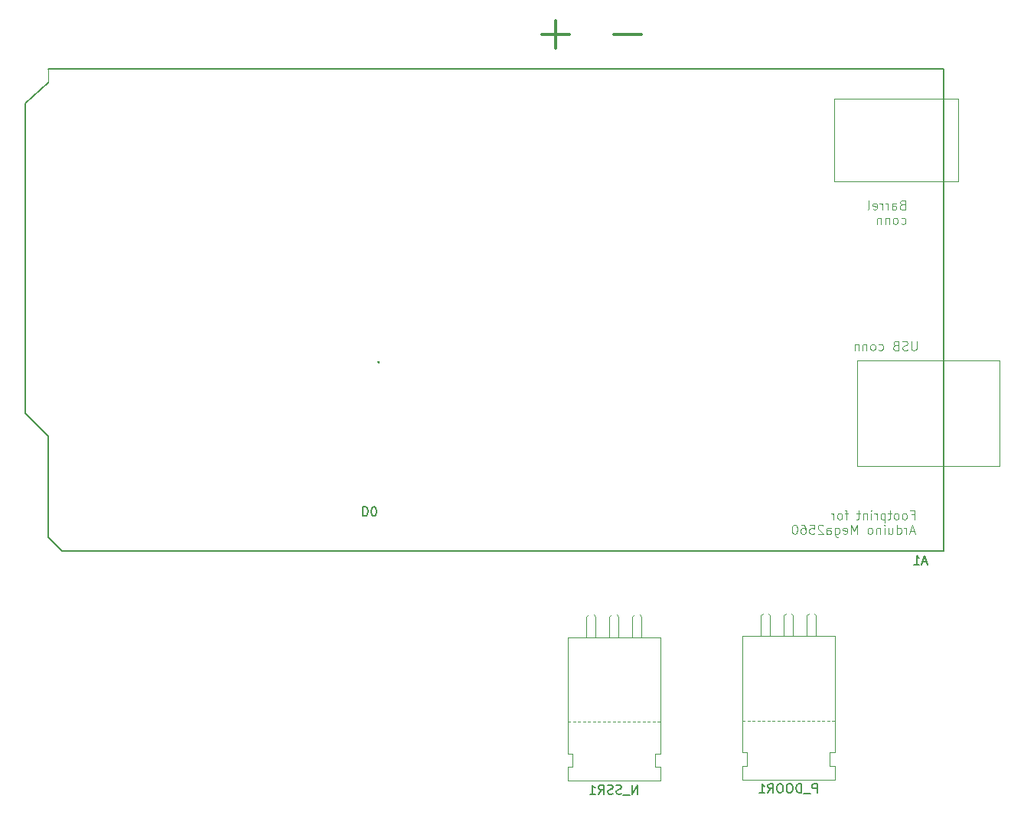
<source format=gbr>
%TF.GenerationSoftware,KiCad,Pcbnew,8.0.1*%
%TF.CreationDate,2025-01-03T15:44:18+01:00*%
%TF.ProjectId,TEEKeeper_V1.0,5445454b-6565-4706-9572-5f56312e302e,rev?*%
%TF.SameCoordinates,PX7b0df40PY6e75580*%
%TF.FileFunction,Legend,Bot*%
%TF.FilePolarity,Positive*%
%FSLAX46Y46*%
G04 Gerber Fmt 4.6, Leading zero omitted, Abs format (unit mm)*
G04 Created by KiCad (PCBNEW 8.0.1) date 2025-01-03 15:44:18*
%MOMM*%
%LPD*%
G01*
G04 APERTURE LIST*
%ADD10C,0.100000*%
%ADD11C,0.300000*%
%ADD12C,0.150000*%
%ADD13C,0.120000*%
G04 APERTURE END LIST*
D10*
X83820000Y70104000D02*
X97536000Y70104000D01*
X97536000Y60960000D01*
X83820000Y60960000D01*
X83820000Y70104000D01*
X86360000Y41148000D02*
X102108000Y41148000D01*
X102108000Y29464000D01*
X86360000Y29464000D01*
X86360000Y41148000D01*
D11*
X51441748Y77219067D02*
X54489368Y77219067D01*
X52965558Y78742877D02*
X52965558Y75695258D01*
X59441748Y77219067D02*
X62489368Y77219067D01*
D10*
X91310782Y58395335D02*
X91167925Y58347716D01*
X91167925Y58347716D02*
X91120306Y58300097D01*
X91120306Y58300097D02*
X91072687Y58204859D01*
X91072687Y58204859D02*
X91072687Y58062002D01*
X91072687Y58062002D02*
X91120306Y57966764D01*
X91120306Y57966764D02*
X91167925Y57919144D01*
X91167925Y57919144D02*
X91263163Y57871525D01*
X91263163Y57871525D02*
X91644115Y57871525D01*
X91644115Y57871525D02*
X91644115Y58871525D01*
X91644115Y58871525D02*
X91310782Y58871525D01*
X91310782Y58871525D02*
X91215544Y58823906D01*
X91215544Y58823906D02*
X91167925Y58776287D01*
X91167925Y58776287D02*
X91120306Y58681049D01*
X91120306Y58681049D02*
X91120306Y58585811D01*
X91120306Y58585811D02*
X91167925Y58490573D01*
X91167925Y58490573D02*
X91215544Y58442954D01*
X91215544Y58442954D02*
X91310782Y58395335D01*
X91310782Y58395335D02*
X91644115Y58395335D01*
X90215544Y57871525D02*
X90215544Y58395335D01*
X90215544Y58395335D02*
X90263163Y58490573D01*
X90263163Y58490573D02*
X90358401Y58538192D01*
X90358401Y58538192D02*
X90548877Y58538192D01*
X90548877Y58538192D02*
X90644115Y58490573D01*
X90215544Y57919144D02*
X90310782Y57871525D01*
X90310782Y57871525D02*
X90548877Y57871525D01*
X90548877Y57871525D02*
X90644115Y57919144D01*
X90644115Y57919144D02*
X90691734Y58014383D01*
X90691734Y58014383D02*
X90691734Y58109621D01*
X90691734Y58109621D02*
X90644115Y58204859D01*
X90644115Y58204859D02*
X90548877Y58252478D01*
X90548877Y58252478D02*
X90310782Y58252478D01*
X90310782Y58252478D02*
X90215544Y58300097D01*
X89739353Y57871525D02*
X89739353Y58538192D01*
X89739353Y58347716D02*
X89691734Y58442954D01*
X89691734Y58442954D02*
X89644115Y58490573D01*
X89644115Y58490573D02*
X89548877Y58538192D01*
X89548877Y58538192D02*
X89453639Y58538192D01*
X89120305Y57871525D02*
X89120305Y58538192D01*
X89120305Y58347716D02*
X89072686Y58442954D01*
X89072686Y58442954D02*
X89025067Y58490573D01*
X89025067Y58490573D02*
X88929829Y58538192D01*
X88929829Y58538192D02*
X88834591Y58538192D01*
X88120305Y57919144D02*
X88215543Y57871525D01*
X88215543Y57871525D02*
X88406019Y57871525D01*
X88406019Y57871525D02*
X88501257Y57919144D01*
X88501257Y57919144D02*
X88548876Y58014383D01*
X88548876Y58014383D02*
X88548876Y58395335D01*
X88548876Y58395335D02*
X88501257Y58490573D01*
X88501257Y58490573D02*
X88406019Y58538192D01*
X88406019Y58538192D02*
X88215543Y58538192D01*
X88215543Y58538192D02*
X88120305Y58490573D01*
X88120305Y58490573D02*
X88072686Y58395335D01*
X88072686Y58395335D02*
X88072686Y58300097D01*
X88072686Y58300097D02*
X88548876Y58204859D01*
X87501257Y57871525D02*
X87596495Y57919144D01*
X87596495Y57919144D02*
X87644114Y58014383D01*
X87644114Y58014383D02*
X87644114Y58871525D01*
X91215544Y56309200D02*
X91310782Y56261581D01*
X91310782Y56261581D02*
X91501258Y56261581D01*
X91501258Y56261581D02*
X91596496Y56309200D01*
X91596496Y56309200D02*
X91644115Y56356820D01*
X91644115Y56356820D02*
X91691734Y56452058D01*
X91691734Y56452058D02*
X91691734Y56737772D01*
X91691734Y56737772D02*
X91644115Y56833010D01*
X91644115Y56833010D02*
X91596496Y56880629D01*
X91596496Y56880629D02*
X91501258Y56928248D01*
X91501258Y56928248D02*
X91310782Y56928248D01*
X91310782Y56928248D02*
X91215544Y56880629D01*
X90644115Y56261581D02*
X90739353Y56309200D01*
X90739353Y56309200D02*
X90786972Y56356820D01*
X90786972Y56356820D02*
X90834591Y56452058D01*
X90834591Y56452058D02*
X90834591Y56737772D01*
X90834591Y56737772D02*
X90786972Y56833010D01*
X90786972Y56833010D02*
X90739353Y56880629D01*
X90739353Y56880629D02*
X90644115Y56928248D01*
X90644115Y56928248D02*
X90501258Y56928248D01*
X90501258Y56928248D02*
X90406020Y56880629D01*
X90406020Y56880629D02*
X90358401Y56833010D01*
X90358401Y56833010D02*
X90310782Y56737772D01*
X90310782Y56737772D02*
X90310782Y56452058D01*
X90310782Y56452058D02*
X90358401Y56356820D01*
X90358401Y56356820D02*
X90406020Y56309200D01*
X90406020Y56309200D02*
X90501258Y56261581D01*
X90501258Y56261581D02*
X90644115Y56261581D01*
X89882210Y56928248D02*
X89882210Y56261581D01*
X89882210Y56833010D02*
X89834591Y56880629D01*
X89834591Y56880629D02*
X89739353Y56928248D01*
X89739353Y56928248D02*
X89596496Y56928248D01*
X89596496Y56928248D02*
X89501258Y56880629D01*
X89501258Y56880629D02*
X89453639Y56785391D01*
X89453639Y56785391D02*
X89453639Y56261581D01*
X88977448Y56928248D02*
X88977448Y56261581D01*
X88977448Y56833010D02*
X88929829Y56880629D01*
X88929829Y56880629D02*
X88834591Y56928248D01*
X88834591Y56928248D02*
X88691734Y56928248D01*
X88691734Y56928248D02*
X88596496Y56880629D01*
X88596496Y56880629D02*
X88548877Y56785391D01*
X88548877Y56785391D02*
X88548877Y56261581D01*
X92326782Y24105335D02*
X92660115Y24105335D01*
X92660115Y23581525D02*
X92660115Y24581525D01*
X92660115Y24581525D02*
X92183925Y24581525D01*
X91660115Y23581525D02*
X91755353Y23629144D01*
X91755353Y23629144D02*
X91802972Y23676764D01*
X91802972Y23676764D02*
X91850591Y23772002D01*
X91850591Y23772002D02*
X91850591Y24057716D01*
X91850591Y24057716D02*
X91802972Y24152954D01*
X91802972Y24152954D02*
X91755353Y24200573D01*
X91755353Y24200573D02*
X91660115Y24248192D01*
X91660115Y24248192D02*
X91517258Y24248192D01*
X91517258Y24248192D02*
X91422020Y24200573D01*
X91422020Y24200573D02*
X91374401Y24152954D01*
X91374401Y24152954D02*
X91326782Y24057716D01*
X91326782Y24057716D02*
X91326782Y23772002D01*
X91326782Y23772002D02*
X91374401Y23676764D01*
X91374401Y23676764D02*
X91422020Y23629144D01*
X91422020Y23629144D02*
X91517258Y23581525D01*
X91517258Y23581525D02*
X91660115Y23581525D01*
X90755353Y23581525D02*
X90850591Y23629144D01*
X90850591Y23629144D02*
X90898210Y23676764D01*
X90898210Y23676764D02*
X90945829Y23772002D01*
X90945829Y23772002D02*
X90945829Y24057716D01*
X90945829Y24057716D02*
X90898210Y24152954D01*
X90898210Y24152954D02*
X90850591Y24200573D01*
X90850591Y24200573D02*
X90755353Y24248192D01*
X90755353Y24248192D02*
X90612496Y24248192D01*
X90612496Y24248192D02*
X90517258Y24200573D01*
X90517258Y24200573D02*
X90469639Y24152954D01*
X90469639Y24152954D02*
X90422020Y24057716D01*
X90422020Y24057716D02*
X90422020Y23772002D01*
X90422020Y23772002D02*
X90469639Y23676764D01*
X90469639Y23676764D02*
X90517258Y23629144D01*
X90517258Y23629144D02*
X90612496Y23581525D01*
X90612496Y23581525D02*
X90755353Y23581525D01*
X90136305Y24248192D02*
X89755353Y24248192D01*
X89993448Y24581525D02*
X89993448Y23724383D01*
X89993448Y23724383D02*
X89945829Y23629144D01*
X89945829Y23629144D02*
X89850591Y23581525D01*
X89850591Y23581525D02*
X89755353Y23581525D01*
X89422019Y24248192D02*
X89422019Y23248192D01*
X89422019Y24200573D02*
X89326781Y24248192D01*
X89326781Y24248192D02*
X89136305Y24248192D01*
X89136305Y24248192D02*
X89041067Y24200573D01*
X89041067Y24200573D02*
X88993448Y24152954D01*
X88993448Y24152954D02*
X88945829Y24057716D01*
X88945829Y24057716D02*
X88945829Y23772002D01*
X88945829Y23772002D02*
X88993448Y23676764D01*
X88993448Y23676764D02*
X89041067Y23629144D01*
X89041067Y23629144D02*
X89136305Y23581525D01*
X89136305Y23581525D02*
X89326781Y23581525D01*
X89326781Y23581525D02*
X89422019Y23629144D01*
X88517257Y23581525D02*
X88517257Y24248192D01*
X88517257Y24057716D02*
X88469638Y24152954D01*
X88469638Y24152954D02*
X88422019Y24200573D01*
X88422019Y24200573D02*
X88326781Y24248192D01*
X88326781Y24248192D02*
X88231543Y24248192D01*
X87898209Y23581525D02*
X87898209Y24248192D01*
X87898209Y24581525D02*
X87945828Y24533906D01*
X87945828Y24533906D02*
X87898209Y24486287D01*
X87898209Y24486287D02*
X87850590Y24533906D01*
X87850590Y24533906D02*
X87898209Y24581525D01*
X87898209Y24581525D02*
X87898209Y24486287D01*
X87422019Y24248192D02*
X87422019Y23581525D01*
X87422019Y24152954D02*
X87374400Y24200573D01*
X87374400Y24200573D02*
X87279162Y24248192D01*
X87279162Y24248192D02*
X87136305Y24248192D01*
X87136305Y24248192D02*
X87041067Y24200573D01*
X87041067Y24200573D02*
X86993448Y24105335D01*
X86993448Y24105335D02*
X86993448Y23581525D01*
X86660114Y24248192D02*
X86279162Y24248192D01*
X86517257Y24581525D02*
X86517257Y23724383D01*
X86517257Y23724383D02*
X86469638Y23629144D01*
X86469638Y23629144D02*
X86374400Y23581525D01*
X86374400Y23581525D02*
X86279162Y23581525D01*
X85326780Y24248192D02*
X84945828Y24248192D01*
X85183923Y23581525D02*
X85183923Y24438668D01*
X85183923Y24438668D02*
X85136304Y24533906D01*
X85136304Y24533906D02*
X85041066Y24581525D01*
X85041066Y24581525D02*
X84945828Y24581525D01*
X84469637Y23581525D02*
X84564875Y23629144D01*
X84564875Y23629144D02*
X84612494Y23676764D01*
X84612494Y23676764D02*
X84660113Y23772002D01*
X84660113Y23772002D02*
X84660113Y24057716D01*
X84660113Y24057716D02*
X84612494Y24152954D01*
X84612494Y24152954D02*
X84564875Y24200573D01*
X84564875Y24200573D02*
X84469637Y24248192D01*
X84469637Y24248192D02*
X84326780Y24248192D01*
X84326780Y24248192D02*
X84231542Y24200573D01*
X84231542Y24200573D02*
X84183923Y24152954D01*
X84183923Y24152954D02*
X84136304Y24057716D01*
X84136304Y24057716D02*
X84136304Y23772002D01*
X84136304Y23772002D02*
X84183923Y23676764D01*
X84183923Y23676764D02*
X84231542Y23629144D01*
X84231542Y23629144D02*
X84326780Y23581525D01*
X84326780Y23581525D02*
X84469637Y23581525D01*
X83707732Y23581525D02*
X83707732Y24248192D01*
X83707732Y24057716D02*
X83660113Y24152954D01*
X83660113Y24152954D02*
X83612494Y24200573D01*
X83612494Y24200573D02*
X83517256Y24248192D01*
X83517256Y24248192D02*
X83422018Y24248192D01*
X92707734Y22257296D02*
X92231544Y22257296D01*
X92802972Y21971581D02*
X92469639Y22971581D01*
X92469639Y22971581D02*
X92136306Y21971581D01*
X91802972Y21971581D02*
X91802972Y22638248D01*
X91802972Y22447772D02*
X91755353Y22543010D01*
X91755353Y22543010D02*
X91707734Y22590629D01*
X91707734Y22590629D02*
X91612496Y22638248D01*
X91612496Y22638248D02*
X91517258Y22638248D01*
X90755353Y21971581D02*
X90755353Y22971581D01*
X90755353Y22019200D02*
X90850591Y21971581D01*
X90850591Y21971581D02*
X91041067Y21971581D01*
X91041067Y21971581D02*
X91136305Y22019200D01*
X91136305Y22019200D02*
X91183924Y22066820D01*
X91183924Y22066820D02*
X91231543Y22162058D01*
X91231543Y22162058D02*
X91231543Y22447772D01*
X91231543Y22447772D02*
X91183924Y22543010D01*
X91183924Y22543010D02*
X91136305Y22590629D01*
X91136305Y22590629D02*
X91041067Y22638248D01*
X91041067Y22638248D02*
X90850591Y22638248D01*
X90850591Y22638248D02*
X90755353Y22590629D01*
X89850591Y22638248D02*
X89850591Y21971581D01*
X90279162Y22638248D02*
X90279162Y22114439D01*
X90279162Y22114439D02*
X90231543Y22019200D01*
X90231543Y22019200D02*
X90136305Y21971581D01*
X90136305Y21971581D02*
X89993448Y21971581D01*
X89993448Y21971581D02*
X89898210Y22019200D01*
X89898210Y22019200D02*
X89850591Y22066820D01*
X89374400Y21971581D02*
X89374400Y22638248D01*
X89374400Y22971581D02*
X89422019Y22923962D01*
X89422019Y22923962D02*
X89374400Y22876343D01*
X89374400Y22876343D02*
X89326781Y22923962D01*
X89326781Y22923962D02*
X89374400Y22971581D01*
X89374400Y22971581D02*
X89374400Y22876343D01*
X88898210Y22638248D02*
X88898210Y21971581D01*
X88898210Y22543010D02*
X88850591Y22590629D01*
X88850591Y22590629D02*
X88755353Y22638248D01*
X88755353Y22638248D02*
X88612496Y22638248D01*
X88612496Y22638248D02*
X88517258Y22590629D01*
X88517258Y22590629D02*
X88469639Y22495391D01*
X88469639Y22495391D02*
X88469639Y21971581D01*
X87850591Y21971581D02*
X87945829Y22019200D01*
X87945829Y22019200D02*
X87993448Y22066820D01*
X87993448Y22066820D02*
X88041067Y22162058D01*
X88041067Y22162058D02*
X88041067Y22447772D01*
X88041067Y22447772D02*
X87993448Y22543010D01*
X87993448Y22543010D02*
X87945829Y22590629D01*
X87945829Y22590629D02*
X87850591Y22638248D01*
X87850591Y22638248D02*
X87707734Y22638248D01*
X87707734Y22638248D02*
X87612496Y22590629D01*
X87612496Y22590629D02*
X87564877Y22543010D01*
X87564877Y22543010D02*
X87517258Y22447772D01*
X87517258Y22447772D02*
X87517258Y22162058D01*
X87517258Y22162058D02*
X87564877Y22066820D01*
X87564877Y22066820D02*
X87612496Y22019200D01*
X87612496Y22019200D02*
X87707734Y21971581D01*
X87707734Y21971581D02*
X87850591Y21971581D01*
X86326781Y21971581D02*
X86326781Y22971581D01*
X86326781Y22971581D02*
X85993448Y22257296D01*
X85993448Y22257296D02*
X85660115Y22971581D01*
X85660115Y22971581D02*
X85660115Y21971581D01*
X84802972Y22019200D02*
X84898210Y21971581D01*
X84898210Y21971581D02*
X85088686Y21971581D01*
X85088686Y21971581D02*
X85183924Y22019200D01*
X85183924Y22019200D02*
X85231543Y22114439D01*
X85231543Y22114439D02*
X85231543Y22495391D01*
X85231543Y22495391D02*
X85183924Y22590629D01*
X85183924Y22590629D02*
X85088686Y22638248D01*
X85088686Y22638248D02*
X84898210Y22638248D01*
X84898210Y22638248D02*
X84802972Y22590629D01*
X84802972Y22590629D02*
X84755353Y22495391D01*
X84755353Y22495391D02*
X84755353Y22400153D01*
X84755353Y22400153D02*
X85231543Y22304915D01*
X83898210Y22638248D02*
X83898210Y21828724D01*
X83898210Y21828724D02*
X83945829Y21733486D01*
X83945829Y21733486D02*
X83993448Y21685867D01*
X83993448Y21685867D02*
X84088686Y21638248D01*
X84088686Y21638248D02*
X84231543Y21638248D01*
X84231543Y21638248D02*
X84326781Y21685867D01*
X83898210Y22019200D02*
X83993448Y21971581D01*
X83993448Y21971581D02*
X84183924Y21971581D01*
X84183924Y21971581D02*
X84279162Y22019200D01*
X84279162Y22019200D02*
X84326781Y22066820D01*
X84326781Y22066820D02*
X84374400Y22162058D01*
X84374400Y22162058D02*
X84374400Y22447772D01*
X84374400Y22447772D02*
X84326781Y22543010D01*
X84326781Y22543010D02*
X84279162Y22590629D01*
X84279162Y22590629D02*
X84183924Y22638248D01*
X84183924Y22638248D02*
X83993448Y22638248D01*
X83993448Y22638248D02*
X83898210Y22590629D01*
X82993448Y21971581D02*
X82993448Y22495391D01*
X82993448Y22495391D02*
X83041067Y22590629D01*
X83041067Y22590629D02*
X83136305Y22638248D01*
X83136305Y22638248D02*
X83326781Y22638248D01*
X83326781Y22638248D02*
X83422019Y22590629D01*
X82993448Y22019200D02*
X83088686Y21971581D01*
X83088686Y21971581D02*
X83326781Y21971581D01*
X83326781Y21971581D02*
X83422019Y22019200D01*
X83422019Y22019200D02*
X83469638Y22114439D01*
X83469638Y22114439D02*
X83469638Y22209677D01*
X83469638Y22209677D02*
X83422019Y22304915D01*
X83422019Y22304915D02*
X83326781Y22352534D01*
X83326781Y22352534D02*
X83088686Y22352534D01*
X83088686Y22352534D02*
X82993448Y22400153D01*
X82564876Y22876343D02*
X82517257Y22923962D01*
X82517257Y22923962D02*
X82422019Y22971581D01*
X82422019Y22971581D02*
X82183924Y22971581D01*
X82183924Y22971581D02*
X82088686Y22923962D01*
X82088686Y22923962D02*
X82041067Y22876343D01*
X82041067Y22876343D02*
X81993448Y22781105D01*
X81993448Y22781105D02*
X81993448Y22685867D01*
X81993448Y22685867D02*
X82041067Y22543010D01*
X82041067Y22543010D02*
X82612495Y21971581D01*
X82612495Y21971581D02*
X81993448Y21971581D01*
X81088686Y22971581D02*
X81564876Y22971581D01*
X81564876Y22971581D02*
X81612495Y22495391D01*
X81612495Y22495391D02*
X81564876Y22543010D01*
X81564876Y22543010D02*
X81469638Y22590629D01*
X81469638Y22590629D02*
X81231543Y22590629D01*
X81231543Y22590629D02*
X81136305Y22543010D01*
X81136305Y22543010D02*
X81088686Y22495391D01*
X81088686Y22495391D02*
X81041067Y22400153D01*
X81041067Y22400153D02*
X81041067Y22162058D01*
X81041067Y22162058D02*
X81088686Y22066820D01*
X81088686Y22066820D02*
X81136305Y22019200D01*
X81136305Y22019200D02*
X81231543Y21971581D01*
X81231543Y21971581D02*
X81469638Y21971581D01*
X81469638Y21971581D02*
X81564876Y22019200D01*
X81564876Y22019200D02*
X81612495Y22066820D01*
X80183924Y22971581D02*
X80374400Y22971581D01*
X80374400Y22971581D02*
X80469638Y22923962D01*
X80469638Y22923962D02*
X80517257Y22876343D01*
X80517257Y22876343D02*
X80612495Y22733486D01*
X80612495Y22733486D02*
X80660114Y22543010D01*
X80660114Y22543010D02*
X80660114Y22162058D01*
X80660114Y22162058D02*
X80612495Y22066820D01*
X80612495Y22066820D02*
X80564876Y22019200D01*
X80564876Y22019200D02*
X80469638Y21971581D01*
X80469638Y21971581D02*
X80279162Y21971581D01*
X80279162Y21971581D02*
X80183924Y22019200D01*
X80183924Y22019200D02*
X80136305Y22066820D01*
X80136305Y22066820D02*
X80088686Y22162058D01*
X80088686Y22162058D02*
X80088686Y22400153D01*
X80088686Y22400153D02*
X80136305Y22495391D01*
X80136305Y22495391D02*
X80183924Y22543010D01*
X80183924Y22543010D02*
X80279162Y22590629D01*
X80279162Y22590629D02*
X80469638Y22590629D01*
X80469638Y22590629D02*
X80564876Y22543010D01*
X80564876Y22543010D02*
X80612495Y22495391D01*
X80612495Y22495391D02*
X80660114Y22400153D01*
X79469638Y22971581D02*
X79374400Y22971581D01*
X79374400Y22971581D02*
X79279162Y22923962D01*
X79279162Y22923962D02*
X79231543Y22876343D01*
X79231543Y22876343D02*
X79183924Y22781105D01*
X79183924Y22781105D02*
X79136305Y22590629D01*
X79136305Y22590629D02*
X79136305Y22352534D01*
X79136305Y22352534D02*
X79183924Y22162058D01*
X79183924Y22162058D02*
X79231543Y22066820D01*
X79231543Y22066820D02*
X79279162Y22019200D01*
X79279162Y22019200D02*
X79374400Y21971581D01*
X79374400Y21971581D02*
X79469638Y21971581D01*
X79469638Y21971581D02*
X79564876Y22019200D01*
X79564876Y22019200D02*
X79612495Y22066820D01*
X79612495Y22066820D02*
X79660114Y22162058D01*
X79660114Y22162058D02*
X79707733Y22352534D01*
X79707733Y22352534D02*
X79707733Y22590629D01*
X79707733Y22590629D02*
X79660114Y22781105D01*
X79660114Y22781105D02*
X79612495Y22876343D01*
X79612495Y22876343D02*
X79564876Y22923962D01*
X79564876Y22923962D02*
X79469638Y22971581D01*
X92914115Y43291581D02*
X92914115Y42482058D01*
X92914115Y42482058D02*
X92866496Y42386820D01*
X92866496Y42386820D02*
X92818877Y42339200D01*
X92818877Y42339200D02*
X92723639Y42291581D01*
X92723639Y42291581D02*
X92533163Y42291581D01*
X92533163Y42291581D02*
X92437925Y42339200D01*
X92437925Y42339200D02*
X92390306Y42386820D01*
X92390306Y42386820D02*
X92342687Y42482058D01*
X92342687Y42482058D02*
X92342687Y43291581D01*
X91914115Y42339200D02*
X91771258Y42291581D01*
X91771258Y42291581D02*
X91533163Y42291581D01*
X91533163Y42291581D02*
X91437925Y42339200D01*
X91437925Y42339200D02*
X91390306Y42386820D01*
X91390306Y42386820D02*
X91342687Y42482058D01*
X91342687Y42482058D02*
X91342687Y42577296D01*
X91342687Y42577296D02*
X91390306Y42672534D01*
X91390306Y42672534D02*
X91437925Y42720153D01*
X91437925Y42720153D02*
X91533163Y42767772D01*
X91533163Y42767772D02*
X91723639Y42815391D01*
X91723639Y42815391D02*
X91818877Y42863010D01*
X91818877Y42863010D02*
X91866496Y42910629D01*
X91866496Y42910629D02*
X91914115Y43005867D01*
X91914115Y43005867D02*
X91914115Y43101105D01*
X91914115Y43101105D02*
X91866496Y43196343D01*
X91866496Y43196343D02*
X91818877Y43243962D01*
X91818877Y43243962D02*
X91723639Y43291581D01*
X91723639Y43291581D02*
X91485544Y43291581D01*
X91485544Y43291581D02*
X91342687Y43243962D01*
X90580782Y42815391D02*
X90437925Y42767772D01*
X90437925Y42767772D02*
X90390306Y42720153D01*
X90390306Y42720153D02*
X90342687Y42624915D01*
X90342687Y42624915D02*
X90342687Y42482058D01*
X90342687Y42482058D02*
X90390306Y42386820D01*
X90390306Y42386820D02*
X90437925Y42339200D01*
X90437925Y42339200D02*
X90533163Y42291581D01*
X90533163Y42291581D02*
X90914115Y42291581D01*
X90914115Y42291581D02*
X90914115Y43291581D01*
X90914115Y43291581D02*
X90580782Y43291581D01*
X90580782Y43291581D02*
X90485544Y43243962D01*
X90485544Y43243962D02*
X90437925Y43196343D01*
X90437925Y43196343D02*
X90390306Y43101105D01*
X90390306Y43101105D02*
X90390306Y43005867D01*
X90390306Y43005867D02*
X90437925Y42910629D01*
X90437925Y42910629D02*
X90485544Y42863010D01*
X90485544Y42863010D02*
X90580782Y42815391D01*
X90580782Y42815391D02*
X90914115Y42815391D01*
X88723639Y42339200D02*
X88818877Y42291581D01*
X88818877Y42291581D02*
X89009353Y42291581D01*
X89009353Y42291581D02*
X89104591Y42339200D01*
X89104591Y42339200D02*
X89152210Y42386820D01*
X89152210Y42386820D02*
X89199829Y42482058D01*
X89199829Y42482058D02*
X89199829Y42767772D01*
X89199829Y42767772D02*
X89152210Y42863010D01*
X89152210Y42863010D02*
X89104591Y42910629D01*
X89104591Y42910629D02*
X89009353Y42958248D01*
X89009353Y42958248D02*
X88818877Y42958248D01*
X88818877Y42958248D02*
X88723639Y42910629D01*
X88152210Y42291581D02*
X88247448Y42339200D01*
X88247448Y42339200D02*
X88295067Y42386820D01*
X88295067Y42386820D02*
X88342686Y42482058D01*
X88342686Y42482058D02*
X88342686Y42767772D01*
X88342686Y42767772D02*
X88295067Y42863010D01*
X88295067Y42863010D02*
X88247448Y42910629D01*
X88247448Y42910629D02*
X88152210Y42958248D01*
X88152210Y42958248D02*
X88009353Y42958248D01*
X88009353Y42958248D02*
X87914115Y42910629D01*
X87914115Y42910629D02*
X87866496Y42863010D01*
X87866496Y42863010D02*
X87818877Y42767772D01*
X87818877Y42767772D02*
X87818877Y42482058D01*
X87818877Y42482058D02*
X87866496Y42386820D01*
X87866496Y42386820D02*
X87914115Y42339200D01*
X87914115Y42339200D02*
X88009353Y42291581D01*
X88009353Y42291581D02*
X88152210Y42291581D01*
X87390305Y42958248D02*
X87390305Y42291581D01*
X87390305Y42863010D02*
X87342686Y42910629D01*
X87342686Y42910629D02*
X87247448Y42958248D01*
X87247448Y42958248D02*
X87104591Y42958248D01*
X87104591Y42958248D02*
X87009353Y42910629D01*
X87009353Y42910629D02*
X86961734Y42815391D01*
X86961734Y42815391D02*
X86961734Y42291581D01*
X86485543Y42958248D02*
X86485543Y42291581D01*
X86485543Y42863010D02*
X86437924Y42910629D01*
X86437924Y42910629D02*
X86342686Y42958248D01*
X86342686Y42958248D02*
X86199829Y42958248D01*
X86199829Y42958248D02*
X86104591Y42910629D01*
X86104591Y42910629D02*
X86056972Y42815391D01*
X86056972Y42815391D02*
X86056972Y42291581D01*
D12*
X94064285Y18880896D02*
X93588095Y18880896D01*
X94159523Y18595181D02*
X93826190Y19595181D01*
X93826190Y19595181D02*
X93492857Y18595181D01*
X92635714Y18595181D02*
X93207142Y18595181D01*
X92921428Y18595181D02*
X92921428Y19595181D01*
X92921428Y19595181D02*
X93016666Y19452324D01*
X93016666Y19452324D02*
X93111904Y19357086D01*
X93111904Y19357086D02*
X93207142Y19309467D01*
X33406000Y41042420D02*
X33453619Y40994800D01*
X33453619Y40994800D02*
X33406000Y40947181D01*
X33406000Y40947181D02*
X33358381Y40994800D01*
X33358381Y40994800D02*
X33406000Y41042420D01*
X33406000Y41042420D02*
X33406000Y40947181D01*
X31651905Y24965820D02*
X31651905Y23965820D01*
X31651905Y23965820D02*
X31890000Y23965820D01*
X31890000Y23965820D02*
X32032857Y24013439D01*
X32032857Y24013439D02*
X32128095Y24108677D01*
X32128095Y24108677D02*
X32175714Y24203915D01*
X32175714Y24203915D02*
X32223333Y24394391D01*
X32223333Y24394391D02*
X32223333Y24537248D01*
X32223333Y24537248D02*
X32175714Y24727724D01*
X32175714Y24727724D02*
X32128095Y24822962D01*
X32128095Y24822962D02*
X32032857Y24918200D01*
X32032857Y24918200D02*
X31890000Y24965820D01*
X31890000Y24965820D02*
X31651905Y24965820D01*
X32842381Y23965820D02*
X32937619Y23965820D01*
X32937619Y23965820D02*
X33032857Y24013439D01*
X33032857Y24013439D02*
X33080476Y24061058D01*
X33080476Y24061058D02*
X33128095Y24156296D01*
X33128095Y24156296D02*
X33175714Y24346772D01*
X33175714Y24346772D02*
X33175714Y24584867D01*
X33175714Y24584867D02*
X33128095Y24775343D01*
X33128095Y24775343D02*
X33080476Y24870581D01*
X33080476Y24870581D02*
X33032857Y24918200D01*
X33032857Y24918200D02*
X32937619Y24965820D01*
X32937619Y24965820D02*
X32842381Y24965820D01*
X32842381Y24965820D02*
X32747143Y24918200D01*
X32747143Y24918200D02*
X32699524Y24870581D01*
X32699524Y24870581D02*
X32651905Y24775343D01*
X32651905Y24775343D02*
X32604286Y24584867D01*
X32604286Y24584867D02*
X32604286Y24346772D01*
X32604286Y24346772D02*
X32651905Y24156296D01*
X32651905Y24156296D02*
X32699524Y24061058D01*
X32699524Y24061058D02*
X32747143Y24013439D01*
X32747143Y24013439D02*
X32842381Y23965820D01*
X62031237Y-6810819D02*
X62031237Y-5810819D01*
X62031237Y-5810819D02*
X61459809Y-6810819D01*
X61459809Y-6810819D02*
X61459809Y-5810819D01*
X61221714Y-6906057D02*
X60459809Y-6906057D01*
X60269332Y-6763200D02*
X60126475Y-6810819D01*
X60126475Y-6810819D02*
X59888380Y-6810819D01*
X59888380Y-6810819D02*
X59793142Y-6763200D01*
X59793142Y-6763200D02*
X59745523Y-6715580D01*
X59745523Y-6715580D02*
X59697904Y-6620342D01*
X59697904Y-6620342D02*
X59697904Y-6525104D01*
X59697904Y-6525104D02*
X59745523Y-6429866D01*
X59745523Y-6429866D02*
X59793142Y-6382247D01*
X59793142Y-6382247D02*
X59888380Y-6334628D01*
X59888380Y-6334628D02*
X60078856Y-6287009D01*
X60078856Y-6287009D02*
X60174094Y-6239390D01*
X60174094Y-6239390D02*
X60221713Y-6191771D01*
X60221713Y-6191771D02*
X60269332Y-6096533D01*
X60269332Y-6096533D02*
X60269332Y-6001295D01*
X60269332Y-6001295D02*
X60221713Y-5906057D01*
X60221713Y-5906057D02*
X60174094Y-5858438D01*
X60174094Y-5858438D02*
X60078856Y-5810819D01*
X60078856Y-5810819D02*
X59840761Y-5810819D01*
X59840761Y-5810819D02*
X59697904Y-5858438D01*
X59316951Y-6763200D02*
X59174094Y-6810819D01*
X59174094Y-6810819D02*
X58935999Y-6810819D01*
X58935999Y-6810819D02*
X58840761Y-6763200D01*
X58840761Y-6763200D02*
X58793142Y-6715580D01*
X58793142Y-6715580D02*
X58745523Y-6620342D01*
X58745523Y-6620342D02*
X58745523Y-6525104D01*
X58745523Y-6525104D02*
X58793142Y-6429866D01*
X58793142Y-6429866D02*
X58840761Y-6382247D01*
X58840761Y-6382247D02*
X58935999Y-6334628D01*
X58935999Y-6334628D02*
X59126475Y-6287009D01*
X59126475Y-6287009D02*
X59221713Y-6239390D01*
X59221713Y-6239390D02*
X59269332Y-6191771D01*
X59269332Y-6191771D02*
X59316951Y-6096533D01*
X59316951Y-6096533D02*
X59316951Y-6001295D01*
X59316951Y-6001295D02*
X59269332Y-5906057D01*
X59269332Y-5906057D02*
X59221713Y-5858438D01*
X59221713Y-5858438D02*
X59126475Y-5810819D01*
X59126475Y-5810819D02*
X58888380Y-5810819D01*
X58888380Y-5810819D02*
X58745523Y-5858438D01*
X57745523Y-6810819D02*
X58078856Y-6334628D01*
X58316951Y-6810819D02*
X58316951Y-5810819D01*
X58316951Y-5810819D02*
X57935999Y-5810819D01*
X57935999Y-5810819D02*
X57840761Y-5858438D01*
X57840761Y-5858438D02*
X57793142Y-5906057D01*
X57793142Y-5906057D02*
X57745523Y-6001295D01*
X57745523Y-6001295D02*
X57745523Y-6144152D01*
X57745523Y-6144152D02*
X57793142Y-6239390D01*
X57793142Y-6239390D02*
X57840761Y-6287009D01*
X57840761Y-6287009D02*
X57935999Y-6334628D01*
X57935999Y-6334628D02*
X58316951Y-6334628D01*
X56793142Y-6810819D02*
X57364570Y-6810819D01*
X57078856Y-6810819D02*
X57078856Y-5810819D01*
X57078856Y-5810819D02*
X57174094Y-5953676D01*
X57174094Y-5953676D02*
X57269332Y-6048914D01*
X57269332Y-6048914D02*
X57364570Y-6096533D01*
X81906666Y-6668819D02*
X81906666Y-5668819D01*
X81906666Y-5668819D02*
X81525714Y-5668819D01*
X81525714Y-5668819D02*
X81430476Y-5716438D01*
X81430476Y-5716438D02*
X81382857Y-5764057D01*
X81382857Y-5764057D02*
X81335238Y-5859295D01*
X81335238Y-5859295D02*
X81335238Y-6002152D01*
X81335238Y-6002152D02*
X81382857Y-6097390D01*
X81382857Y-6097390D02*
X81430476Y-6145009D01*
X81430476Y-6145009D02*
X81525714Y-6192628D01*
X81525714Y-6192628D02*
X81906666Y-6192628D01*
X81144762Y-6764057D02*
X80382857Y-6764057D01*
X80144761Y-6668819D02*
X80144761Y-5668819D01*
X80144761Y-5668819D02*
X79906666Y-5668819D01*
X79906666Y-5668819D02*
X79763809Y-5716438D01*
X79763809Y-5716438D02*
X79668571Y-5811676D01*
X79668571Y-5811676D02*
X79620952Y-5906914D01*
X79620952Y-5906914D02*
X79573333Y-6097390D01*
X79573333Y-6097390D02*
X79573333Y-6240247D01*
X79573333Y-6240247D02*
X79620952Y-6430723D01*
X79620952Y-6430723D02*
X79668571Y-6525961D01*
X79668571Y-6525961D02*
X79763809Y-6621200D01*
X79763809Y-6621200D02*
X79906666Y-6668819D01*
X79906666Y-6668819D02*
X80144761Y-6668819D01*
X78954285Y-5668819D02*
X78763809Y-5668819D01*
X78763809Y-5668819D02*
X78668571Y-5716438D01*
X78668571Y-5716438D02*
X78573333Y-5811676D01*
X78573333Y-5811676D02*
X78525714Y-6002152D01*
X78525714Y-6002152D02*
X78525714Y-6335485D01*
X78525714Y-6335485D02*
X78573333Y-6525961D01*
X78573333Y-6525961D02*
X78668571Y-6621200D01*
X78668571Y-6621200D02*
X78763809Y-6668819D01*
X78763809Y-6668819D02*
X78954285Y-6668819D01*
X78954285Y-6668819D02*
X79049523Y-6621200D01*
X79049523Y-6621200D02*
X79144761Y-6525961D01*
X79144761Y-6525961D02*
X79192380Y-6335485D01*
X79192380Y-6335485D02*
X79192380Y-6002152D01*
X79192380Y-6002152D02*
X79144761Y-5811676D01*
X79144761Y-5811676D02*
X79049523Y-5716438D01*
X79049523Y-5716438D02*
X78954285Y-5668819D01*
X77906666Y-5668819D02*
X77716190Y-5668819D01*
X77716190Y-5668819D02*
X77620952Y-5716438D01*
X77620952Y-5716438D02*
X77525714Y-5811676D01*
X77525714Y-5811676D02*
X77478095Y-6002152D01*
X77478095Y-6002152D02*
X77478095Y-6335485D01*
X77478095Y-6335485D02*
X77525714Y-6525961D01*
X77525714Y-6525961D02*
X77620952Y-6621200D01*
X77620952Y-6621200D02*
X77716190Y-6668819D01*
X77716190Y-6668819D02*
X77906666Y-6668819D01*
X77906666Y-6668819D02*
X78001904Y-6621200D01*
X78001904Y-6621200D02*
X78097142Y-6525961D01*
X78097142Y-6525961D02*
X78144761Y-6335485D01*
X78144761Y-6335485D02*
X78144761Y-6002152D01*
X78144761Y-6002152D02*
X78097142Y-5811676D01*
X78097142Y-5811676D02*
X78001904Y-5716438D01*
X78001904Y-5716438D02*
X77906666Y-5668819D01*
X76478095Y-6668819D02*
X76811428Y-6192628D01*
X77049523Y-6668819D02*
X77049523Y-5668819D01*
X77049523Y-5668819D02*
X76668571Y-5668819D01*
X76668571Y-5668819D02*
X76573333Y-5716438D01*
X76573333Y-5716438D02*
X76525714Y-5764057D01*
X76525714Y-5764057D02*
X76478095Y-5859295D01*
X76478095Y-5859295D02*
X76478095Y-6002152D01*
X76478095Y-6002152D02*
X76525714Y-6097390D01*
X76525714Y-6097390D02*
X76573333Y-6145009D01*
X76573333Y-6145009D02*
X76668571Y-6192628D01*
X76668571Y-6192628D02*
X77049523Y-6192628D01*
X75525714Y-6668819D02*
X76097142Y-6668819D01*
X75811428Y-6668819D02*
X75811428Y-5668819D01*
X75811428Y-5668819D02*
X75906666Y-5811676D01*
X75906666Y-5811676D02*
X76001904Y-5906914D01*
X76001904Y-5906914D02*
X76097142Y-5954533D01*
%TO.C,A1*%
X-5710000Y69596000D02*
X-5710000Y35306000D01*
X-5710000Y35306000D02*
X-3170000Y32766000D01*
D10*
X-3170000Y73406000D02*
X-3170000Y71906000D01*
D12*
X-3170000Y71906000D02*
X-5710000Y69596000D01*
X-3170000Y32766000D02*
X-3170000Y21590000D01*
X-1646000Y20066000D02*
X-3170000Y21590000D01*
X95890000Y73406000D02*
X-3170000Y73406000D01*
X95890000Y20066000D02*
X-1646000Y20066000D01*
X95890000Y20066000D02*
X95890000Y73406000D01*
D13*
%TO.C,N_SSR1*%
X54316000Y10534000D02*
X54316000Y-2326000D01*
X54316000Y-3826000D02*
X54316000Y-5356000D01*
X54321000Y-2326000D02*
X54846000Y-2326000D01*
X54626000Y1174000D02*
X54376000Y1174000D01*
X54846000Y-2326000D02*
X54846000Y-3826000D01*
X54846000Y-3826000D02*
X54316000Y-3826000D01*
X55176000Y1174000D02*
X54926000Y1174000D01*
X55726000Y1174000D02*
X55476000Y1174000D01*
X56276000Y1174000D02*
X56026000Y1174000D01*
X56396000Y12824000D02*
X56396000Y10574000D01*
X56596000Y13024000D02*
X56396000Y12824000D01*
X56826000Y1174000D02*
X56576000Y1174000D01*
X57196000Y13024000D02*
X57396000Y12824000D01*
X57376000Y1174000D02*
X57126000Y1174000D01*
X57396000Y12824000D02*
X57396000Y10574000D01*
X57926000Y1174000D02*
X57676000Y1174000D01*
X58476000Y1174000D02*
X58226000Y1174000D01*
X58936000Y12824000D02*
X58936000Y10574000D01*
X59026000Y1174000D02*
X58776000Y1174000D01*
X59136000Y13024000D02*
X58936000Y12824000D01*
X59576000Y1174000D02*
X59326000Y1174000D01*
X59736000Y13024000D02*
X59936000Y12824000D01*
X59936000Y12824000D02*
X59936000Y10574000D01*
X60126000Y1174000D02*
X59876000Y1174000D01*
X60676000Y1174000D02*
X60426000Y1174000D01*
X61226000Y1174000D02*
X60976000Y1174000D01*
X61476000Y12824000D02*
X61476000Y10574000D01*
X61676000Y13024000D02*
X61476000Y12824000D01*
X61776000Y1174000D02*
X61526000Y1174000D01*
X62276000Y13024000D02*
X62476000Y12824000D01*
X62326000Y1174000D02*
X62076000Y1174000D01*
X62476000Y12824000D02*
X62476000Y10574000D01*
X62876000Y1174000D02*
X62626000Y1174000D01*
X63426000Y1174000D02*
X63176000Y1174000D01*
X63976000Y1174000D02*
X63726000Y1174000D01*
X63996000Y-2326000D02*
X64556000Y-2326000D01*
X63996000Y-3826000D02*
X63996000Y-2326000D01*
X64526000Y1174000D02*
X64276000Y1174000D01*
X64556000Y10534000D02*
X54316000Y10534000D01*
X64556000Y10534000D02*
X64556000Y-2326000D01*
X64556000Y-3826000D02*
X63996000Y-3826000D01*
X64556000Y-3826000D02*
X64556000Y-5356000D01*
X64556000Y-5356000D02*
X54316000Y-5356000D01*
%TO.C,P_DOOR1*%
X73620000Y10676000D02*
X73620000Y-2184000D01*
X73620000Y-3684000D02*
X73620000Y-5214000D01*
X73625000Y-2184000D02*
X74150000Y-2184000D01*
X73930000Y1316000D02*
X73680000Y1316000D01*
X74150000Y-2184000D02*
X74150000Y-3684000D01*
X74150000Y-3684000D02*
X73620000Y-3684000D01*
X74480000Y1316000D02*
X74230000Y1316000D01*
X75030000Y1316000D02*
X74780000Y1316000D01*
X75580000Y1316000D02*
X75330000Y1316000D01*
X75700000Y12966000D02*
X75700000Y10716000D01*
X75900000Y13166000D02*
X75700000Y12966000D01*
X76130000Y1316000D02*
X75880000Y1316000D01*
X76500000Y13166000D02*
X76700000Y12966000D01*
X76680000Y1316000D02*
X76430000Y1316000D01*
X76700000Y12966000D02*
X76700000Y10716000D01*
X77230000Y1316000D02*
X76980000Y1316000D01*
X77780000Y1316000D02*
X77530000Y1316000D01*
X78240000Y12966000D02*
X78240000Y10716000D01*
X78330000Y1316000D02*
X78080000Y1316000D01*
X78440000Y13166000D02*
X78240000Y12966000D01*
X78880000Y1316000D02*
X78630000Y1316000D01*
X79040000Y13166000D02*
X79240000Y12966000D01*
X79240000Y12966000D02*
X79240000Y10716000D01*
X79430000Y1316000D02*
X79180000Y1316000D01*
X79980000Y1316000D02*
X79730000Y1316000D01*
X80530000Y1316000D02*
X80280000Y1316000D01*
X80780000Y12966000D02*
X80780000Y10716000D01*
X80980000Y13166000D02*
X80780000Y12966000D01*
X81080000Y1316000D02*
X80830000Y1316000D01*
X81580000Y13166000D02*
X81780000Y12966000D01*
X81630000Y1316000D02*
X81380000Y1316000D01*
X81780000Y12966000D02*
X81780000Y10716000D01*
X82180000Y1316000D02*
X81930000Y1316000D01*
X82730000Y1316000D02*
X82480000Y1316000D01*
X83280000Y1316000D02*
X83030000Y1316000D01*
X83300000Y-2184000D02*
X83860000Y-2184000D01*
X83300000Y-3684000D02*
X83300000Y-2184000D01*
X83830000Y1316000D02*
X83580000Y1316000D01*
X83860000Y10676000D02*
X73620000Y10676000D01*
X83860000Y10676000D02*
X83860000Y-2184000D01*
X83860000Y-3684000D02*
X83300000Y-3684000D01*
X83860000Y-3684000D02*
X83860000Y-5214000D01*
X83860000Y-5214000D02*
X73620000Y-5214000D01*
%TD*%
M02*

</source>
